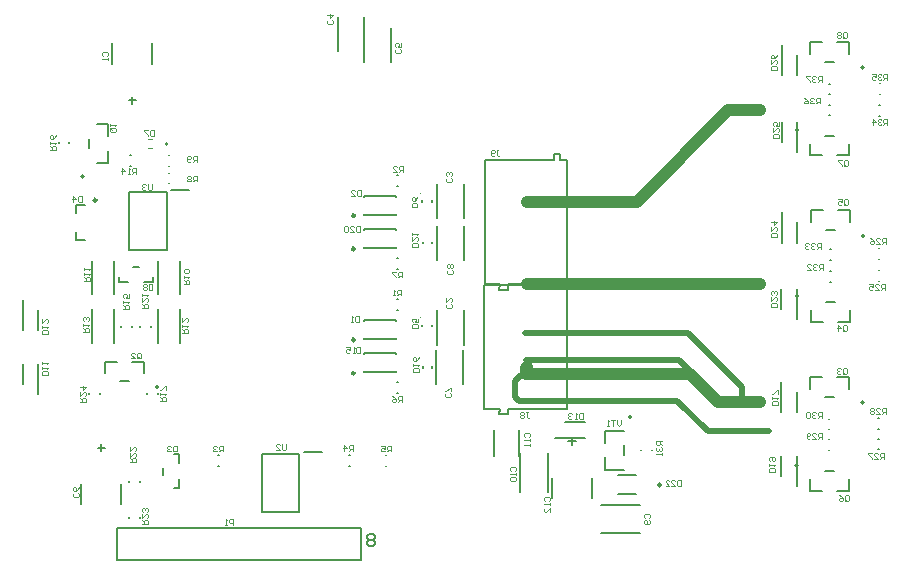
<source format=gbr>
%TF.GenerationSoftware,Altium Limited,Altium Designer,21.6.4 (81)*%
G04 Layer_Color=32896*
%FSLAX43Y43*%
%MOMM*%
%TF.SameCoordinates,EF7AACBD-433E-4B6D-8733-A8E214C0EB56*%
%TF.FilePolarity,Positive*%
%TF.FileFunction,Legend,Bot*%
%TF.Part,Single*%
G01*
G75*
%TA.AperFunction,NonConductor*%
%ADD57C,0.250*%
%ADD58C,0.100*%
%ADD59C,0.152*%
%ADD60C,0.200*%
%ADD61C,0.500*%
%ADD62C,1.000*%
D57*
X41276Y24265D02*
G03*
X41276Y24265I-125J0D01*
G01*
Y34781D02*
G03*
X41276Y34781I-125J0D01*
G01*
Y37600D02*
G03*
X41276Y37600I-125J0D01*
G01*
Y27084D02*
G03*
X41276Y27084I-125J0D01*
G01*
X19404Y38918D02*
G03*
X19404Y38918I-125J0D01*
G01*
X67212Y14808D02*
G03*
X67212Y14808I-125J0D01*
G01*
D58*
X48072Y34631D02*
G03*
X48072Y34631I-50J0D01*
G01*
X46846Y39511D02*
G03*
X46846Y39511I-50J0D01*
G01*
Y28996D02*
G03*
X46846Y28996I-50J0D01*
G01*
X48072Y24065D02*
G03*
X48072Y24065I-50J0D01*
G01*
X23727Y44088D02*
X24127D01*
X23727Y43288D02*
X24127D01*
X30991Y11434D02*
Y11934D01*
X30741D01*
X30658Y11851D01*
Y11684D01*
X30741Y11601D01*
X30991D01*
X30491Y11434D02*
X30325D01*
X30408D01*
Y11934D01*
X30491Y11851D01*
X80829Y48924D02*
Y49424D01*
X80579D01*
X80496Y49341D01*
Y49174D01*
X80579Y49091D01*
X80829D01*
X80662D02*
X80496Y48924D01*
X80329Y49341D02*
X80246Y49424D01*
X80079D01*
X79996Y49341D01*
Y49258D01*
X80079Y49174D01*
X80162D01*
X80079D01*
X79996Y49091D01*
Y49008D01*
X80079Y48924D01*
X80246D01*
X80329Y49008D01*
X79829Y49424D02*
X79496D01*
Y49341D01*
X79829Y49008D01*
Y48924D01*
X80626Y47096D02*
Y47596D01*
X80376D01*
X80292Y47512D01*
Y47346D01*
X80376Y47262D01*
X80626D01*
X80459D02*
X80292Y47096D01*
X80126Y47512D02*
X80043Y47596D01*
X79876D01*
X79793Y47512D01*
Y47429D01*
X79876Y47346D01*
X79959D01*
X79876D01*
X79793Y47262D01*
Y47179D01*
X79876Y47096D01*
X80043D01*
X80126Y47179D01*
X79293Y47596D02*
X79459Y47512D01*
X79626Y47346D01*
Y47179D01*
X79543Y47096D01*
X79376D01*
X79293Y47179D01*
Y47262D01*
X79376Y47346D01*
X79626D01*
X86366Y49051D02*
Y49551D01*
X86116D01*
X86033Y49468D01*
Y49301D01*
X86116Y49218D01*
X86366D01*
X86199D02*
X86033Y49051D01*
X85866Y49468D02*
X85783Y49551D01*
X85616D01*
X85533Y49468D01*
Y49385D01*
X85616Y49301D01*
X85700D01*
X85616D01*
X85533Y49218D01*
Y49135D01*
X85616Y49051D01*
X85783D01*
X85866Y49135D01*
X85033Y49551D02*
X85366D01*
Y49301D01*
X85200Y49385D01*
X85116D01*
X85033Y49301D01*
Y49135D01*
X85116Y49051D01*
X85283D01*
X85366Y49135D01*
X86366Y45267D02*
Y45767D01*
X86116D01*
X86033Y45683D01*
Y45517D01*
X86116Y45433D01*
X86366D01*
X86199D02*
X86033Y45267D01*
X85866Y45683D02*
X85783Y45767D01*
X85616D01*
X85533Y45683D01*
Y45600D01*
X85616Y45517D01*
X85700D01*
X85616D01*
X85533Y45433D01*
Y45350D01*
X85616Y45267D01*
X85783D01*
X85866Y45350D01*
X85116Y45267D02*
Y45767D01*
X85366Y45517D01*
X85033D01*
X82608Y52716D02*
Y53049D01*
X82691Y53133D01*
X82858D01*
X82941Y53049D01*
Y52716D01*
X82858Y52633D01*
X82691D01*
X82775Y52799D02*
X82608Y52633D01*
X82691D02*
X82608Y52716D01*
X82441Y53049D02*
X82358Y53133D01*
X82191D01*
X82108Y53049D01*
Y52966D01*
X82191Y52883D01*
X82108Y52799D01*
Y52716D01*
X82191Y52633D01*
X82358D01*
X82441Y52716D01*
Y52799D01*
X82358Y52883D01*
X82441Y52966D01*
Y53049D01*
X82358Y52883D02*
X82191D01*
X82659Y41921D02*
Y42254D01*
X82742Y42338D01*
X82909D01*
X82992Y42254D01*
Y41921D01*
X82909Y41838D01*
X82742D01*
X82825Y42004D02*
X82659Y41838D01*
X82742D02*
X82659Y41921D01*
X82492Y42338D02*
X82159D01*
Y42254D01*
X82492Y41921D01*
Y41838D01*
X77009Y49905D02*
X76509D01*
Y50155D01*
X76592Y50238D01*
X76925D01*
X77009Y50155D01*
Y49905D01*
X76509Y50738D02*
Y50405D01*
X76842Y50738D01*
X76925D01*
X77009Y50655D01*
Y50488D01*
X76925Y50405D01*
X77009Y51238D02*
X76925Y51071D01*
X76759Y50905D01*
X76592D01*
X76509Y50988D01*
Y51155D01*
X76592Y51238D01*
X76675D01*
X76759Y51155D01*
Y50905D01*
X77161Y44215D02*
X76661D01*
Y44465D01*
X76745Y44549D01*
X77078D01*
X77161Y44465D01*
Y44215D01*
X76661Y45048D02*
Y44715D01*
X76995Y45048D01*
X77078D01*
X77161Y44965D01*
Y44798D01*
X77078Y44715D01*
X77161Y45548D02*
Y45215D01*
X76911D01*
X76995Y45382D01*
Y45465D01*
X76911Y45548D01*
X76745D01*
X76661Y45465D01*
Y45298D01*
X76745Y45215D01*
X80753Y34802D02*
Y35302D01*
X80503D01*
X80419Y35219D01*
Y35052D01*
X80503Y34969D01*
X80753D01*
X80586D02*
X80419Y34802D01*
X80253Y35219D02*
X80170Y35302D01*
X80003D01*
X79920Y35219D01*
Y35135D01*
X80003Y35052D01*
X80086D01*
X80003D01*
X79920Y34969D01*
Y34885D01*
X80003Y34802D01*
X80170D01*
X80253Y34885D01*
X79753Y35219D02*
X79670Y35302D01*
X79503D01*
X79420Y35219D01*
Y35135D01*
X79503Y35052D01*
X79586D01*
X79503D01*
X79420Y34969D01*
Y34885D01*
X79503Y34802D01*
X79670D01*
X79753Y34885D01*
X80880Y32973D02*
Y33473D01*
X80630D01*
X80546Y33390D01*
Y33223D01*
X80630Y33140D01*
X80880D01*
X80713D02*
X80546Y32973D01*
X80380Y33390D02*
X80297Y33473D01*
X80130D01*
X80047Y33390D01*
Y33307D01*
X80130Y33223D01*
X80213D01*
X80130D01*
X80047Y33140D01*
Y33057D01*
X80130Y32973D01*
X80297D01*
X80380Y33057D01*
X79547Y32973D02*
X79880D01*
X79547Y33307D01*
Y33390D01*
X79630Y33473D01*
X79797D01*
X79880Y33390D01*
X86239Y35183D02*
Y35683D01*
X85989D01*
X85906Y35600D01*
Y35433D01*
X85989Y35350D01*
X86239D01*
X86072D02*
X85906Y35183D01*
X85406D02*
X85739D01*
X85406Y35516D01*
Y35600D01*
X85489Y35683D01*
X85656D01*
X85739Y35600D01*
X84906Y35683D02*
X85073Y35600D01*
X85239Y35433D01*
Y35266D01*
X85156Y35183D01*
X84989D01*
X84906Y35266D01*
Y35350D01*
X84989Y35433D01*
X85239D01*
X86163Y31297D02*
Y31797D01*
X85913D01*
X85830Y31713D01*
Y31547D01*
X85913Y31463D01*
X86163D01*
X85996D02*
X85830Y31297D01*
X85330D02*
X85663D01*
X85330Y31630D01*
Y31713D01*
X85413Y31797D01*
X85580D01*
X85663Y31713D01*
X84830Y31797D02*
X85163D01*
Y31547D01*
X84997Y31630D01*
X84913D01*
X84830Y31547D01*
Y31380D01*
X84913Y31297D01*
X85080D01*
X85163Y31380D01*
X82659Y38568D02*
Y38902D01*
X82742Y38985D01*
X82909D01*
X82992Y38902D01*
Y38568D01*
X82909Y38485D01*
X82742D01*
X82825Y38652D02*
X82659Y38485D01*
X82742D02*
X82659Y38568D01*
X82159Y38985D02*
X82492D01*
Y38735D01*
X82325Y38818D01*
X82242D01*
X82159Y38735D01*
Y38568D01*
X82242Y38485D01*
X82409D01*
X82492Y38568D01*
X82608Y27926D02*
Y28259D01*
X82691Y28342D01*
X82858D01*
X82941Y28259D01*
Y27926D01*
X82858Y27842D01*
X82691D01*
X82775Y28009D02*
X82608Y27842D01*
X82691D02*
X82608Y27926D01*
X82191Y27842D02*
Y28342D01*
X82441Y28092D01*
X82108D01*
X77009Y35833D02*
X76509D01*
Y36083D01*
X76592Y36167D01*
X76925D01*
X77009Y36083D01*
Y35833D01*
X76509Y36666D02*
Y36333D01*
X76842Y36666D01*
X76925D01*
X77009Y36583D01*
Y36417D01*
X76925Y36333D01*
X76509Y37083D02*
X77009D01*
X76759Y36833D01*
Y37166D01*
X76983Y29890D02*
X76483D01*
Y30140D01*
X76567Y30223D01*
X76900D01*
X76983Y30140D01*
Y29890D01*
X76483Y30723D02*
Y30390D01*
X76817Y30723D01*
X76900D01*
X76983Y30640D01*
Y30473D01*
X76900Y30390D01*
Y30889D02*
X76983Y30973D01*
Y31139D01*
X76900Y31223D01*
X76817D01*
X76733Y31139D01*
Y31056D01*
Y31139D01*
X76650Y31223D01*
X76567D01*
X76483Y31139D01*
Y30973D01*
X76567Y30889D01*
X68916Y15185D02*
Y14685D01*
X68666D01*
X68583Y14769D01*
Y15102D01*
X68666Y15185D01*
X68916D01*
X68083Y14685D02*
X68416D01*
X68083Y15019D01*
Y15102D01*
X68166Y15185D01*
X68333D01*
X68416Y15102D01*
X67583Y14685D02*
X67917D01*
X67583Y15019D01*
Y15102D01*
X67667Y15185D01*
X67833D01*
X67917Y15102D01*
X24794Y21930D02*
X25294D01*
Y22180D01*
X25211Y22264D01*
X25044D01*
X24961Y22180D01*
Y21930D01*
Y22097D02*
X24794Y22264D01*
Y22430D02*
Y22597D01*
Y22514D01*
X25294D01*
X25211Y22430D01*
X25294Y22847D02*
Y23180D01*
X25211D01*
X24878Y22847D01*
X24794D01*
X53271Y43125D02*
X53438D01*
X53354D01*
Y42709D01*
X53438Y42625D01*
X53521D01*
X53604Y42709D01*
X53104D02*
X53021Y42625D01*
X52854D01*
X52771Y42709D01*
Y43042D01*
X52854Y43125D01*
X53021D01*
X53104Y43042D01*
Y42959D01*
X53021Y42875D01*
X52771D01*
X55785Y20976D02*
X55952D01*
X55869D01*
Y20560D01*
X55952Y20476D01*
X56035D01*
X56119Y20560D01*
X55619Y20893D02*
X55536Y20976D01*
X55369D01*
X55286Y20893D01*
Y20810D01*
X55369Y20726D01*
X55286Y20643D01*
Y20560D01*
X55369Y20476D01*
X55536D01*
X55619Y20560D01*
Y20643D01*
X55536Y20726D01*
X55619Y20810D01*
Y20893D01*
X55536Y20726D02*
X55369D01*
X27925Y42117D02*
Y42617D01*
X27675D01*
X27591Y42534D01*
Y42367D01*
X27675Y42284D01*
X27925D01*
X27758D02*
X27591Y42117D01*
X27425Y42201D02*
X27342Y42117D01*
X27175D01*
X27092Y42201D01*
Y42534D01*
X27175Y42617D01*
X27342D01*
X27425Y42534D01*
Y42451D01*
X27342Y42367D01*
X27092D01*
X18197Y39264D02*
Y38764D01*
X17947D01*
X17863Y38848D01*
Y39181D01*
X17947Y39264D01*
X18197D01*
X17447Y38764D02*
Y39264D01*
X17697Y39014D01*
X17363D01*
X45298Y32364D02*
Y32864D01*
X45048D01*
X44965Y32780D01*
Y32614D01*
X45048Y32530D01*
X45298D01*
X45132D02*
X44965Y32364D01*
X44798Y32864D02*
X44465D01*
Y32780D01*
X44798Y32447D01*
Y32364D01*
X45375Y41304D02*
Y41804D01*
X45125D01*
X45041Y41721D01*
Y41554D01*
X45125Y41471D01*
X45375D01*
X45208D02*
X45041Y41304D01*
X44541D02*
X44875D01*
X44541Y41638D01*
Y41721D01*
X44625Y41804D01*
X44791D01*
X44875Y41721D01*
X46630Y34926D02*
X46130D01*
Y35176D01*
X46214Y35259D01*
X46547D01*
X46630Y35176D01*
Y34926D01*
X46130Y35759D02*
Y35426D01*
X46464Y35759D01*
X46547D01*
X46630Y35676D01*
Y35509D01*
X46547Y35426D01*
X46130Y35926D02*
Y36092D01*
Y36009D01*
X46630D01*
X46547Y35926D01*
X41687Y36724D02*
Y36224D01*
X41438D01*
X41354Y36308D01*
Y36641D01*
X41438Y36724D01*
X41687D01*
X40854Y36224D02*
X41188D01*
X40854Y36558D01*
Y36641D01*
X40938Y36724D01*
X41104D01*
X41188Y36641D01*
X40688D02*
X40604Y36724D01*
X40438D01*
X40355Y36641D01*
Y36308D01*
X40438Y36224D01*
X40604D01*
X40688Y36308D01*
Y36641D01*
X45273Y21823D02*
Y22323D01*
X45023D01*
X44940Y22239D01*
Y22073D01*
X45023Y21989D01*
X45273D01*
X45106D02*
X44940Y21823D01*
X44440Y22323D02*
X44606Y22239D01*
X44773Y22073D01*
Y21906D01*
X44690Y21823D01*
X44523D01*
X44440Y21906D01*
Y21989D01*
X44523Y22073D01*
X44773D01*
X45164Y30840D02*
Y31340D01*
X44914D01*
X44831Y31256D01*
Y31090D01*
X44914Y31006D01*
X45164D01*
X44998D02*
X44831Y30840D01*
X44664D02*
X44498D01*
X44581D01*
Y31340D01*
X44664Y31256D01*
X41634Y29104D02*
Y28604D01*
X41384D01*
X41300Y28688D01*
Y29021D01*
X41384Y29104D01*
X41634D01*
X41134Y28604D02*
X40967D01*
X41050D01*
Y29104D01*
X41134Y29021D01*
X46605Y28057D02*
X46105D01*
Y28307D01*
X46188Y28390D01*
X46522D01*
X46605Y28307D01*
Y28057D01*
Y28890D02*
Y28557D01*
X46355D01*
X46438Y28723D01*
Y28807D01*
X46355Y28890D01*
X46188D01*
X46105Y28807D01*
Y28640D01*
X46188Y28557D01*
X46732Y24369D02*
X46232D01*
Y24619D01*
X46315Y24702D01*
X46649D01*
X46732Y24619D01*
Y24369D01*
X46232Y24869D02*
Y25035D01*
Y24952D01*
X46732D01*
X46649Y24869D01*
X46732Y25618D02*
X46649Y25452D01*
X46482Y25285D01*
X46315D01*
X46232Y25368D01*
Y25535D01*
X46315Y25618D01*
X46399D01*
X46482Y25535D01*
Y25285D01*
X41747Y26488D02*
Y25988D01*
X41497D01*
X41414Y26072D01*
Y26405D01*
X41497Y26488D01*
X41747D01*
X41248Y25988D02*
X41081D01*
X41164D01*
Y26488D01*
X41248Y26405D01*
X40498Y26488D02*
X40831D01*
Y26238D01*
X40664Y26322D01*
X40581D01*
X40498Y26238D01*
Y26072D01*
X40581Y25988D01*
X40748D01*
X40831Y26072D01*
X63804Y20316D02*
Y19983D01*
X63637Y19816D01*
X63471Y19983D01*
Y20316D01*
X63304D02*
X62971D01*
X63137D01*
Y19816D01*
X62804D02*
X62637D01*
X62721D01*
Y20316D01*
X62804Y20233D01*
X24089Y40280D02*
Y39864D01*
X24006Y39780D01*
X23839D01*
X23756Y39864D01*
Y40280D01*
X23589Y40197D02*
X23506Y40280D01*
X23340D01*
X23256Y40197D01*
Y40114D01*
X23340Y40030D01*
X23423D01*
X23340D01*
X23256Y39947D01*
Y39864D01*
X23340Y39780D01*
X23506D01*
X23589Y39864D01*
X35418Y18284D02*
Y17867D01*
X35334Y17784D01*
X35168D01*
X35084Y17867D01*
Y18284D01*
X34585Y17784D02*
X34918D01*
X34585Y18117D01*
Y18201D01*
X34668Y18284D01*
X34835D01*
X34918Y18201D01*
X67306Y18541D02*
X66806D01*
Y18291D01*
X66889Y18208D01*
X67056D01*
X67139Y18291D01*
Y18541D01*
Y18374D02*
X67306Y18208D01*
X66889Y18041D02*
X66806Y17958D01*
Y17791D01*
X66889Y17708D01*
X66973D01*
X67056Y17791D01*
Y17874D01*
Y17791D01*
X67139Y17708D01*
X67223D01*
X67306Y17791D01*
Y17958D01*
X67223Y18041D01*
X67306Y17541D02*
Y17375D01*
Y17458D01*
X66806D01*
X66889Y17541D01*
X80803Y20476D02*
Y20976D01*
X80554D01*
X80470Y20893D01*
Y20726D01*
X80554Y20643D01*
X80803D01*
X80637D02*
X80470Y20476D01*
X80304Y20893D02*
X80220Y20976D01*
X80054D01*
X79970Y20893D01*
Y20810D01*
X80054Y20726D01*
X80137D01*
X80054D01*
X79970Y20643D01*
Y20560D01*
X80054Y20476D01*
X80220D01*
X80304Y20560D01*
X79804Y20893D02*
X79720Y20976D01*
X79554D01*
X79471Y20893D01*
Y20560D01*
X79554Y20476D01*
X79720D01*
X79804Y20560D01*
Y20893D01*
X80854Y18724D02*
Y19224D01*
X80604D01*
X80521Y19140D01*
Y18974D01*
X80604Y18890D01*
X80854D01*
X80688D02*
X80521Y18724D01*
X80021D02*
X80354D01*
X80021Y19057D01*
Y19140D01*
X80104Y19224D01*
X80271D01*
X80354Y19140D01*
X79855Y18807D02*
X79771Y18724D01*
X79605D01*
X79521Y18807D01*
Y19140D01*
X79605Y19224D01*
X79771D01*
X79855Y19140D01*
Y19057D01*
X79771Y18974D01*
X79521D01*
X86264Y20781D02*
Y21281D01*
X86015D01*
X85931Y21198D01*
Y21031D01*
X86015Y20948D01*
X86264D01*
X86098D02*
X85931Y20781D01*
X85431D02*
X85765D01*
X85431Y21115D01*
Y21198D01*
X85515Y21281D01*
X85681D01*
X85765Y21198D01*
X85265D02*
X85181Y21281D01*
X85015D01*
X84932Y21198D01*
Y21115D01*
X85015Y21031D01*
X84932Y20948D01*
Y20865D01*
X85015Y20781D01*
X85181D01*
X85265Y20865D01*
Y20948D01*
X85181Y21031D01*
X85265Y21115D01*
Y21198D01*
X85181Y21031D02*
X85015D01*
X86087Y17022D02*
Y17522D01*
X85837D01*
X85753Y17439D01*
Y17272D01*
X85837Y17189D01*
X86087D01*
X85920D02*
X85753Y17022D01*
X85254D02*
X85587D01*
X85254Y17355D01*
Y17439D01*
X85337Y17522D01*
X85504D01*
X85587Y17439D01*
X85087Y17522D02*
X84754D01*
Y17439D01*
X85087Y17105D01*
Y17022D01*
X18038Y21838D02*
X18538D01*
Y22088D01*
X18455Y22171D01*
X18288D01*
X18205Y22088D01*
Y21838D01*
Y22005D02*
X18038Y22171D01*
Y22671D02*
Y22338D01*
X18371Y22671D01*
X18455D01*
X18538Y22588D01*
Y22421D01*
X18455Y22338D01*
X18038Y23088D02*
X18538D01*
X18288Y22838D01*
Y23171D01*
X23270Y11500D02*
X23770D01*
Y11750D01*
X23687Y11833D01*
X23520D01*
X23437Y11750D01*
Y11500D01*
Y11667D02*
X23270Y11833D01*
Y12333D02*
Y12000D01*
X23604Y12333D01*
X23687D01*
X23770Y12250D01*
Y12083D01*
X23687Y12000D01*
Y12500D02*
X23770Y12583D01*
Y12750D01*
X23687Y12833D01*
X23604D01*
X23520Y12750D01*
Y12666D01*
Y12750D01*
X23437Y12833D01*
X23354D01*
X23270Y12750D01*
Y12583D01*
X23354Y12500D01*
X22280Y16707D02*
X22780D01*
Y16957D01*
X22696Y17040D01*
X22530D01*
X22446Y16957D01*
Y16707D01*
Y16874D02*
X22280Y17040D01*
Y17540D02*
Y17207D01*
X22613Y17540D01*
X22696D01*
X22780Y17457D01*
Y17290D01*
X22696Y17207D01*
X22280Y18040D02*
Y17707D01*
X22613Y18040D01*
X22696D01*
X22780Y17957D01*
Y17790D01*
X22696Y17707D01*
X23245Y29770D02*
X23745D01*
Y30020D01*
X23662Y30103D01*
X23495D01*
X23412Y30020D01*
Y29770D01*
Y29936D02*
X23245Y30103D01*
Y30603D02*
Y30270D01*
X23578Y30603D01*
X23662D01*
X23745Y30520D01*
Y30353D01*
X23662Y30270D01*
X23245Y30770D02*
Y30936D01*
Y30853D01*
X23745D01*
X23662Y30770D01*
X15447Y43190D02*
X15947D01*
Y43440D01*
X15864Y43523D01*
X15697D01*
X15614Y43440D01*
Y43190D01*
Y43357D02*
X15447Y43523D01*
Y43690D02*
Y43857D01*
Y43773D01*
X15947D01*
X15864Y43690D01*
X15947Y44440D02*
X15864Y44273D01*
X15697Y44107D01*
X15531D01*
X15447Y44190D01*
Y44356D01*
X15531Y44440D01*
X15614D01*
X15697Y44356D01*
Y44107D01*
X21670Y29728D02*
X22170D01*
Y29978D01*
X22087Y30061D01*
X21920D01*
X21837Y29978D01*
Y29728D01*
Y29895D02*
X21670Y30061D01*
Y30228D02*
Y30395D01*
Y30311D01*
X22170D01*
X22087Y30228D01*
X22170Y30978D02*
Y30645D01*
X21920D01*
X22003Y30811D01*
Y30894D01*
X21920Y30978D01*
X21754D01*
X21670Y30894D01*
Y30728D01*
X21754Y30645D01*
X22748Y41101D02*
Y41601D01*
X22498D01*
X22415Y41518D01*
Y41351D01*
X22498Y41268D01*
X22748D01*
X22582D02*
X22415Y41101D01*
X22248D02*
X22082D01*
X22165D01*
Y41601D01*
X22248Y41518D01*
X21582Y41101D02*
Y41601D01*
X21832Y41351D01*
X21499D01*
X18267Y27747D02*
X18767D01*
Y27997D01*
X18683Y28080D01*
X18517D01*
X18433Y27997D01*
Y27747D01*
Y27914D02*
X18267Y28080D01*
Y28247D02*
Y28413D01*
Y28330D01*
X18767D01*
X18683Y28247D01*
Y28663D02*
X18767Y28747D01*
Y28913D01*
X18683Y28997D01*
X18600D01*
X18517Y28913D01*
Y28830D01*
Y28913D01*
X18433Y28997D01*
X18350D01*
X18267Y28913D01*
Y28747D01*
X18350Y28663D01*
X26674Y27696D02*
X27174D01*
Y27946D01*
X27091Y28029D01*
X26924D01*
X26841Y27946D01*
Y27696D01*
Y27863D02*
X26674Y28029D01*
Y28196D02*
Y28363D01*
Y28279D01*
X27174D01*
X27091Y28196D01*
X26674Y28946D02*
Y28613D01*
X27007Y28946D01*
X27091D01*
X27174Y28862D01*
Y28696D01*
X27091Y28613D01*
X18343Y32047D02*
X18843D01*
Y32297D01*
X18759Y32380D01*
X18593D01*
X18509Y32297D01*
Y32047D01*
Y32213D02*
X18343Y32380D01*
Y32547D02*
Y32713D01*
Y32630D01*
X18843D01*
X18759Y32547D01*
X18343Y32963D02*
Y33130D01*
Y33046D01*
X18843D01*
X18759Y32963D01*
X26776Y31836D02*
X27276D01*
Y32086D01*
X27192Y32170D01*
X27026D01*
X26942Y32086D01*
Y31836D01*
Y32003D02*
X26776Y32170D01*
Y32336D02*
Y32503D01*
Y32420D01*
X27276D01*
X27192Y32336D01*
Y32753D02*
X27276Y32836D01*
Y33003D01*
X27192Y33086D01*
X26859D01*
X26776Y33003D01*
Y32836D01*
X26859Y32753D01*
X27192D01*
X27925Y40492D02*
Y40992D01*
X27675D01*
X27591Y40908D01*
Y40742D01*
X27675Y40658D01*
X27925D01*
X27758D02*
X27591Y40492D01*
X27425Y40908D02*
X27342Y40992D01*
X27175D01*
X27092Y40908D01*
Y40825D01*
X27175Y40742D01*
X27092Y40658D01*
Y40575D01*
X27175Y40492D01*
X27342D01*
X27425Y40575D01*
Y40658D01*
X27342Y40742D01*
X27425Y40825D01*
Y40908D01*
X27342Y40742D02*
X27175D01*
X44308Y17632D02*
Y18132D01*
X44058D01*
X43974Y18048D01*
Y17882D01*
X44058Y17798D01*
X44308D01*
X44141D02*
X43974Y17632D01*
X43475Y18132D02*
X43808D01*
Y17882D01*
X43641Y17965D01*
X43558D01*
X43475Y17882D01*
Y17715D01*
X43558Y17632D01*
X43725D01*
X43808Y17715D01*
X41133Y17657D02*
Y18157D01*
X40883D01*
X40799Y18074D01*
Y17907D01*
X40883Y17824D01*
X41133D01*
X40966D02*
X40799Y17657D01*
X40383D02*
Y18157D01*
X40633Y17907D01*
X40300D01*
X30135Y17632D02*
Y18132D01*
X29885D01*
X29801Y18048D01*
Y17882D01*
X29885Y17798D01*
X30135D01*
X29968D02*
X29801Y17632D01*
X29635Y18048D02*
X29551Y18132D01*
X29385D01*
X29301Y18048D01*
Y17965D01*
X29385Y17882D01*
X29468D01*
X29385D01*
X29301Y17798D01*
Y17715D01*
X29385Y17632D01*
X29551D01*
X29635Y17715D01*
X82760Y13549D02*
Y13883D01*
X82844Y13966D01*
X83010D01*
X83094Y13883D01*
Y13549D01*
X83010Y13466D01*
X82844D01*
X82927Y13633D02*
X82760Y13466D01*
X82844D02*
X82760Y13549D01*
X82260Y13966D02*
X82427Y13883D01*
X82594Y13716D01*
Y13549D01*
X82510Y13466D01*
X82344D01*
X82260Y13549D01*
Y13633D01*
X82344Y13716D01*
X82594D01*
X82582Y24268D02*
Y24601D01*
X82666Y24685D01*
X82832D01*
X82916Y24601D01*
Y24268D01*
X82832Y24185D01*
X82666D01*
X82749Y24351D02*
X82582Y24185D01*
X82666D02*
X82582Y24268D01*
X82416Y24601D02*
X82333Y24685D01*
X82166D01*
X82083Y24601D01*
Y24518D01*
X82166Y24435D01*
X82249D01*
X82166D01*
X82083Y24351D01*
Y24268D01*
X82166Y24185D01*
X82333D01*
X82416Y24268D01*
X22816Y25589D02*
Y25922D01*
X22900Y26006D01*
X23066D01*
X23150Y25922D01*
Y25589D01*
X23066Y25506D01*
X22900D01*
X22983Y25672D02*
X22816Y25506D01*
X22900D02*
X22816Y25589D01*
X22316Y25506D02*
X22650D01*
X22316Y25839D01*
Y25922D01*
X22400Y26006D01*
X22566D01*
X22650Y25922D01*
X20636Y44983D02*
X20969D01*
X21053Y44900D01*
Y44733D01*
X20969Y44650D01*
X20636D01*
X20553Y44733D01*
Y44900D01*
X20719Y44817D02*
X20553Y44983D01*
Y44900D02*
X20636Y44983D01*
X20553Y45150D02*
Y45317D01*
Y45233D01*
X21053D01*
X20969Y45150D01*
X76856Y15911D02*
X76356D01*
Y16161D01*
X76440Y16244D01*
X76773D01*
X76856Y16161D01*
Y15911D01*
X76356Y16410D02*
Y16577D01*
Y16494D01*
X76856D01*
X76773Y16410D01*
X76440Y16827D02*
X76356Y16910D01*
Y17077D01*
X76440Y17160D01*
X76773D01*
X76856Y17077D01*
Y16910D01*
X76773Y16827D01*
X76690D01*
X76606Y16910D01*
Y17160D01*
X77136Y21600D02*
X76636D01*
Y21850D01*
X76719Y21933D01*
X77052D01*
X77136Y21850D01*
Y21600D01*
X76636Y22100D02*
Y22267D01*
Y22183D01*
X77136D01*
X77052Y22100D01*
X77136Y22517D02*
Y22850D01*
X77052D01*
X76719Y22517D01*
X76636D01*
X60569Y20900D02*
Y20400D01*
X60319D01*
X60236Y20484D01*
Y20817D01*
X60319Y20900D01*
X60569D01*
X60069Y20400D02*
X59902D01*
X59986D01*
Y20900D01*
X60069Y20817D01*
X59652D02*
X59569Y20900D01*
X59403D01*
X59319Y20817D01*
Y20734D01*
X59403Y20650D01*
X59486D01*
X59403D01*
X59319Y20567D01*
Y20484D01*
X59403Y20400D01*
X59569D01*
X59652Y20484D01*
X15261Y27595D02*
X14761D01*
Y27845D01*
X14845Y27928D01*
X15178D01*
X15261Y27845D01*
Y27595D01*
X14761Y28094D02*
Y28261D01*
Y28178D01*
X15261D01*
X15178Y28094D01*
X14761Y28844D02*
Y28511D01*
X15095Y28844D01*
X15178D01*
X15261Y28761D01*
Y28594D01*
X15178Y28511D01*
X15261Y24147D02*
X14761D01*
Y24397D01*
X14845Y24481D01*
X15178D01*
X15261Y24397D01*
Y24147D01*
X14761Y24647D02*
Y24814D01*
Y24730D01*
X15261D01*
X15178Y24647D01*
X14761Y25064D02*
Y25230D01*
Y25147D01*
X15261D01*
X15178Y25064D01*
X24140Y31822D02*
Y31322D01*
X23890D01*
X23807Y31406D01*
Y31739D01*
X23890Y31822D01*
X24140D01*
X23640Y31739D02*
X23557Y31822D01*
X23390D01*
X23307Y31739D01*
Y31656D01*
X23390Y31572D01*
X23307Y31489D01*
Y31406D01*
X23390Y31322D01*
X23557D01*
X23640Y31406D01*
Y31489D01*
X23557Y31572D01*
X23640Y31656D01*
Y31739D01*
X23557Y31572D02*
X23390D01*
X24293Y44827D02*
Y44327D01*
X24043D01*
X23959Y44410D01*
Y44744D01*
X24043Y44827D01*
X24293D01*
X23793D02*
X23459D01*
Y44744D01*
X23793Y44410D01*
Y44327D01*
X46580Y38318D02*
X46080D01*
Y38568D01*
X46163Y38652D01*
X46496D01*
X46580Y38568D01*
Y38318D01*
Y39152D02*
X46496Y38985D01*
X46330Y38818D01*
X46163D01*
X46080Y38902D01*
Y39068D01*
X46163Y39152D01*
X46246D01*
X46330Y39068D01*
Y38818D01*
X26248Y18132D02*
Y17632D01*
X25998D01*
X25915Y17715D01*
Y18048D01*
X25998Y18132D01*
X26248D01*
X25748Y18048D02*
X25665Y18132D01*
X25499D01*
X25415Y18048D01*
Y17965D01*
X25499Y17882D01*
X25582D01*
X25499D01*
X25415Y17798D01*
Y17715D01*
X25499Y17632D01*
X25665D01*
X25748Y17715D01*
X41819Y39798D02*
Y39298D01*
X41569D01*
X41485Y39381D01*
Y39714D01*
X41569Y39798D01*
X41819D01*
X40985Y39298D02*
X41319D01*
X40985Y39631D01*
Y39714D01*
X41069Y39798D01*
X41235D01*
X41319Y39714D01*
X57364Y13449D02*
X57281Y13532D01*
Y13699D01*
X57364Y13782D01*
X57698D01*
X57781Y13699D01*
Y13532D01*
X57698Y13449D01*
X57781Y13282D02*
Y13116D01*
Y13199D01*
X57281D01*
X57364Y13282D01*
X57781Y12532D02*
Y12866D01*
X57448Y12532D01*
X57364D01*
X57281Y12616D01*
Y12782D01*
X57364Y12866D01*
X55713Y18877D02*
X55630Y18961D01*
Y19127D01*
X55713Y19210D01*
X56047D01*
X56130Y19127D01*
Y18961D01*
X56047Y18877D01*
X56130Y18711D02*
Y18544D01*
Y18627D01*
X55630D01*
X55713Y18711D01*
X56130Y18294D02*
Y18128D01*
Y18211D01*
X55630D01*
X55713Y18294D01*
X54469Y16014D02*
X54385Y16097D01*
Y16264D01*
X54469Y16347D01*
X54802D01*
X54885Y16264D01*
Y16097D01*
X54802Y16014D01*
X54885Y15848D02*
Y15681D01*
Y15764D01*
X54385D01*
X54469Y15848D01*
Y15431D02*
X54385Y15348D01*
Y15181D01*
X54469Y15098D01*
X54802D01*
X54885Y15181D01*
Y15348D01*
X54802Y15431D01*
X54469D01*
X65823Y12021D02*
X65739Y12105D01*
Y12271D01*
X65823Y12355D01*
X66156D01*
X66239Y12271D01*
Y12105D01*
X66156Y12021D01*
Y11855D02*
X66239Y11771D01*
Y11605D01*
X66156Y11521D01*
X65823D01*
X65739Y11605D01*
Y11771D01*
X65823Y11855D01*
X65906D01*
X65989Y11771D01*
Y11521D01*
X49468Y33013D02*
X49551Y32930D01*
Y32763D01*
X49468Y32680D01*
X49135D01*
X49051Y32763D01*
Y32930D01*
X49135Y33013D01*
X49468Y33180D02*
X49551Y33263D01*
Y33429D01*
X49468Y33513D01*
X49385D01*
X49301Y33429D01*
X49218Y33513D01*
X49135D01*
X49051Y33429D01*
Y33263D01*
X49135Y33180D01*
X49218D01*
X49301Y33263D01*
X49385Y33180D01*
X49468D01*
X49301Y33263D02*
Y33429D01*
X49366Y22548D02*
X49450Y22465D01*
Y22298D01*
X49366Y22215D01*
X49033D01*
X48950Y22298D01*
Y22465D01*
X49033Y22548D01*
X49450Y22715D02*
Y23048D01*
X49366D01*
X49033Y22715D01*
X48950D01*
X17845Y14090D02*
X17928Y14007D01*
Y13840D01*
X17845Y13757D01*
X17512D01*
X17428Y13840D01*
Y14007D01*
X17512Y14090D01*
X17928Y14590D02*
X17845Y14423D01*
X17678Y14257D01*
X17512D01*
X17428Y14340D01*
Y14506D01*
X17512Y14590D01*
X17595D01*
X17678Y14506D01*
Y14257D01*
X45074Y51682D02*
X45157Y51599D01*
Y51432D01*
X45074Y51349D01*
X44741D01*
X44657Y51432D01*
Y51599D01*
X44741Y51682D01*
X45157Y52182D02*
Y51848D01*
X44907D01*
X44991Y52015D01*
Y52098D01*
X44907Y52182D01*
X44741D01*
X44657Y52098D01*
Y51932D01*
X44741Y51848D01*
X39359Y54146D02*
X39442Y54062D01*
Y53896D01*
X39359Y53812D01*
X39026D01*
X38942Y53896D01*
Y54062D01*
X39026Y54146D01*
X38942Y54562D02*
X39442D01*
X39192Y54312D01*
Y54646D01*
X49443Y40811D02*
X49526Y40727D01*
Y40561D01*
X49443Y40477D01*
X49109D01*
X49026Y40561D01*
Y40727D01*
X49109Y40811D01*
X49443Y40977D02*
X49526Y41061D01*
Y41227D01*
X49443Y41311D01*
X49359D01*
X49276Y41227D01*
Y41144D01*
Y41227D01*
X49193Y41311D01*
X49109D01*
X49026Y41227D01*
Y41061D01*
X49109Y40977D01*
X49392Y30092D02*
X49475Y30009D01*
Y29842D01*
X49392Y29759D01*
X49059D01*
X48975Y29842D01*
Y30009D01*
X49059Y30092D01*
X48975Y30592D02*
Y30259D01*
X49309Y30592D01*
X49392D01*
X49475Y30508D01*
Y30342D01*
X49392Y30259D01*
X19976Y51130D02*
X19892Y51214D01*
Y51380D01*
X19976Y51463D01*
X20309D01*
X20392Y51380D01*
Y51214D01*
X20309Y51130D01*
X20392Y50964D02*
Y50797D01*
Y50880D01*
X19892D01*
X19976Y50964D01*
D59*
X24663Y23089D02*
G03*
X24663Y23089I-127J0D01*
G01*
X18364Y40919D02*
G03*
X18364Y40919I-127J0D01*
G01*
X78842Y30759D02*
G03*
X78842Y30759I-127J0D01*
G01*
X84430Y35904D02*
G03*
X84430Y35904I-127J0D01*
G01*
X84379Y21768D02*
G03*
X84379Y21768I-127J0D01*
G01*
X78816Y16434D02*
G03*
X78816Y16434I-127J0D01*
G01*
Y44856D02*
G03*
X78816Y44856I-127J0D01*
G01*
X84404Y50128D02*
G03*
X84404Y50128I-127J0D01*
G01*
X64719Y20549D02*
G03*
X64719Y20549I-127J0D01*
G01*
X22379Y25235D02*
X23393D01*
X21363Y23584D02*
X22122D01*
X20091Y24258D02*
Y25235D01*
X21106D01*
X23393Y24258D02*
Y25235D01*
X20383Y42062D02*
Y43077D01*
X18733Y43334D02*
Y44093D01*
X19407Y45364D02*
X20383D01*
Y44350D02*
Y45364D01*
X19407Y42062D02*
X20383D01*
X79858Y28613D02*
X80872D01*
X81129Y30264D02*
X81888D01*
X83160Y28613D02*
Y29590D01*
X82145Y28613D02*
X83160D01*
X79858D02*
Y29590D01*
X82145Y38050D02*
X83160D01*
X81129Y36399D02*
X81888D01*
X79858Y37073D02*
Y38050D01*
X80872D01*
X83160Y37073D02*
Y38050D01*
X82095Y23914D02*
X83109D01*
X81079Y22263D02*
X81837D01*
X79807Y22938D02*
Y23914D01*
X80821D01*
X83109Y22938D02*
Y23914D01*
X79832Y14288D02*
X80846D01*
X81104Y15939D02*
X81862D01*
X83134Y14288D02*
Y15264D01*
X82120Y14288D02*
X83134D01*
X79832D02*
Y15264D01*
Y42710D02*
X80846D01*
X81104Y44361D02*
X81862D01*
X83134Y42710D02*
Y43687D01*
X82120Y42710D02*
X83134D01*
X79832D02*
Y43687D01*
X82120Y52274D02*
X83134D01*
X81104Y50623D02*
X81862D01*
X79832Y51297D02*
Y52274D01*
X80846D01*
X83134Y51297D02*
Y52274D01*
X62446Y18351D02*
Y19406D01*
X64097Y17335D02*
Y18174D01*
X62446Y16104D02*
X64097D01*
X62446D02*
Y17158D01*
Y19406D02*
X64097D01*
X42266Y9771D02*
X42435Y9602D01*
X42773D01*
X42943Y9771D01*
Y9940D01*
X42773Y10109D01*
X42943Y10279D01*
Y10448D01*
X42773Y10617D01*
X42435D01*
X42266Y10448D01*
Y10279D01*
X42435Y10109D01*
X42266Y9940D01*
Y9771D01*
X42435Y10109D02*
X42773D01*
D60*
X25327Y43788D02*
G03*
X25327Y43588I0J-100D01*
G01*
D02*
G03*
X25327Y43788I0J100D01*
G01*
X23056Y12028D02*
Y12078D01*
X22156Y12028D02*
Y12078D01*
X23056Y15074D02*
Y15124D01*
X22156Y15074D02*
Y15124D01*
X25928Y14511D02*
X26351D01*
Y16625D02*
Y17411D01*
Y14511D02*
Y15297D01*
X25928Y17411D02*
X26351D01*
X25051Y15675D02*
Y16247D01*
X29707Y16441D02*
X29757D01*
X29707Y17341D02*
X29757D01*
X43878D02*
X43928D01*
X43878Y16441D02*
X43928D01*
X36932Y17566D02*
X38457D01*
X36582Y12536D02*
Y17436D01*
X33382Y12536D02*
X36582D01*
X33382D02*
Y17436D01*
X36582D01*
X21512Y13146D02*
Y14896D01*
X18112Y13146D02*
Y14896D01*
X19512Y17946D02*
X20112D01*
X19812Y17646D02*
Y18246D01*
X40793Y17341D02*
X40843D01*
X40793Y16441D02*
X40843D01*
X39817Y51506D02*
Y54412D01*
X42073Y51506D02*
Y54412D01*
X20728Y50433D02*
Y52183D01*
X24128Y50433D02*
Y52183D01*
X22128Y47383D02*
X22728D01*
X22428Y47083D02*
Y47683D01*
X42077Y50578D02*
Y53484D01*
X44333Y50578D02*
Y53484D01*
X42062Y25866D02*
Y25946D01*
X44762D01*
Y25866D02*
Y25946D01*
X42062Y24346D02*
Y24426D01*
Y24346D02*
X44762D01*
Y24426D01*
X47822Y35257D02*
Y35405D01*
X47022Y35257D02*
Y35405D01*
X46997Y38737D02*
Y38885D01*
X47796Y38737D02*
Y38885D01*
X50480Y37383D02*
Y40290D01*
X48224Y37383D02*
Y40290D01*
X44870Y23488D02*
X44920D01*
X44870Y22588D02*
X44920D01*
X44870Y41039D02*
X44920D01*
X44870Y40139D02*
X44920D01*
X44870Y30524D02*
X44920D01*
X44870Y29624D02*
X44920D01*
X48173Y23324D02*
Y26230D01*
X50430Y23324D02*
Y26230D01*
X42062Y36382D02*
Y36462D01*
X44762D01*
Y36382D02*
Y36462D01*
X42062Y34862D02*
Y34942D01*
Y34862D02*
X44762D01*
Y34942D01*
X48224Y33853D02*
Y36759D01*
X50480Y33853D02*
Y36759D01*
Y26665D02*
Y29571D01*
X48224Y26665D02*
Y29571D01*
X46997Y28222D02*
Y28370D01*
X47796Y28222D02*
Y28370D01*
X47822Y24691D02*
Y24839D01*
X47022Y24691D02*
Y24839D01*
X42062Y39201D02*
Y39281D01*
X44762D01*
Y39201D02*
Y39281D01*
X42062Y37681D02*
Y37761D01*
Y37681D02*
X44762D01*
Y37761D01*
X42062Y28685D02*
Y28765D01*
X44762D01*
Y28685D02*
Y28765D01*
X42062Y27165D02*
Y27245D01*
Y27165D02*
X44762D01*
Y27245D01*
X44870Y34003D02*
X44920D01*
X44870Y33103D02*
X44920D01*
X19703Y22493D02*
Y22543D01*
X18803Y22493D02*
Y22543D01*
X24605Y22493D02*
Y22543D01*
X23705Y22493D02*
Y22543D01*
X23996Y28183D02*
Y28233D01*
X23096Y28183D02*
Y28233D01*
X22370Y28208D02*
Y28258D01*
X21470Y28208D02*
Y28258D01*
X24646Y26851D02*
Y29663D01*
X26458Y26851D02*
Y29663D01*
X19033Y26851D02*
Y29663D01*
X20845Y26851D02*
Y29663D01*
X19033Y30928D02*
Y33740D01*
X20845Y30928D02*
Y33740D01*
X24646Y30928D02*
Y33740D01*
X26458Y30928D02*
Y33740D01*
X21293Y31993D02*
Y32416D01*
X23407Y31993D02*
X24193D01*
X21293D02*
X22079D01*
X24193D02*
Y32416D01*
X22457Y33293D02*
X23029D01*
X16212Y43751D02*
Y43801D01*
X17112Y43751D02*
Y43801D01*
X22251Y41816D02*
X22301D01*
X22251Y42716D02*
X22301D01*
X25502Y41816D02*
X25552D01*
X25502Y42716D02*
X25552D01*
X25502Y41242D02*
X25552D01*
X25502Y40342D02*
X25552D01*
X25699Y39740D02*
X27224D01*
X25349Y34710D02*
Y39610D01*
X22149Y34710D02*
X25349D01*
X22149D02*
Y39610D01*
X25349D01*
X17629Y35558D02*
Y36218D01*
Y35558D02*
X18444D01*
X17629Y37818D02*
Y38478D01*
X18444D01*
X81458Y46983D02*
X81508D01*
X81458Y46083D02*
X81508D01*
X85624Y32962D02*
X85674D01*
X85624Y32062D02*
X85674D01*
X77404Y35320D02*
Y37870D01*
X78704Y35320D02*
Y37020D01*
X81433Y47861D02*
X81483D01*
X81433Y48761D02*
X81483D01*
X85725Y47912D02*
X85775D01*
X85725Y48812D02*
X85775D01*
X77404Y49467D02*
Y52017D01*
X78704Y49467D02*
Y51167D01*
Y43004D02*
Y45554D01*
X77404Y43854D02*
Y45554D01*
X85675Y46932D02*
X85725D01*
X85675Y46032D02*
X85725D01*
X78679Y28831D02*
Y31381D01*
X77379Y29681D02*
Y31381D01*
X85624Y33942D02*
X85674D01*
X85624Y34842D02*
X85674D01*
X81509Y32911D02*
X81559D01*
X81509Y32011D02*
X81559D01*
X81534Y33865D02*
X81584D01*
X81534Y34765D02*
X81584D01*
X77379Y20994D02*
Y23544D01*
X78679Y20994D02*
Y22694D01*
X81396Y19514D02*
X81446D01*
X81396Y20414D02*
X81446D01*
X85585Y19540D02*
X85635D01*
X85585Y20440D02*
X85635D01*
X85585Y18713D02*
X85635D01*
X85585Y17813D02*
X85635D01*
X81396Y18687D02*
X81446D01*
X81396Y17787D02*
X81446D01*
X78679Y14683D02*
Y17233D01*
X77379Y15533D02*
Y17233D01*
X53027Y17290D02*
Y19490D01*
X55177Y17290D02*
Y19490D01*
X55286Y14236D02*
Y17542D01*
X57642Y14236D02*
Y17542D01*
X61365Y13679D02*
Y15429D01*
X57965Y13679D02*
Y15429D01*
X59365Y18479D02*
X59965D01*
X59665Y18179D02*
Y18779D01*
X62101Y13065D02*
X65407D01*
X62101Y10709D02*
X65407D01*
X66414Y17741D02*
Y17791D01*
X65514Y17741D02*
Y17791D01*
X63537Y15608D02*
X65087D01*
X63537Y14008D02*
X65087D01*
X58219Y18806D02*
X60769D01*
X59069Y20106D02*
X60769D01*
X13168Y27928D02*
Y30478D01*
X14468Y27928D02*
Y29628D01*
Y22481D02*
Y25031D01*
X13168Y23331D02*
Y25031D01*
X58106Y42778D02*
X58155Y42278D01*
X58605D02*
X58654Y42778D01*
X58105Y42778D02*
X58655D01*
X58605Y42278D02*
X59255D01*
X52255D02*
X58155D01*
X54205Y31779D02*
X54275Y31278D01*
X54205Y31778D02*
X59255D01*
X53476Y31278D02*
X53555Y31778D01*
X53476Y31278D02*
X54275D01*
X52255Y31778D02*
Y42278D01*
Y31778D02*
X53555D01*
X59255D02*
Y42278D01*
X58104Y32268D02*
X58153Y31768D01*
X58603D02*
X58652Y32268D01*
X58103Y32268D02*
X58653D01*
X58603Y31768D02*
X59253D01*
X52253D02*
X58153D01*
X54203Y21269D02*
X54273Y20768D01*
X54203Y21268D02*
X59253D01*
X53475Y20768D02*
X53553Y21268D01*
X53475Y20768D02*
X54273D01*
X52253Y21268D02*
Y31768D01*
Y21268D02*
X53553D01*
X59253D02*
Y31768D01*
X41781Y8434D02*
Y11124D01*
X21161Y8434D02*
X41781D01*
X21161D02*
Y11124D01*
X41781D01*
D61*
X74066Y22174D02*
Y23089D01*
X69520Y27661D02*
X74066Y23114D01*
X55677Y27661D02*
X69520D01*
X68707Y25400D02*
X70129Y23978D01*
X55804Y25400D02*
X68707D01*
X54813Y23622D02*
X55321Y24130D01*
X54813Y22276D02*
Y23622D01*
Y22276D02*
X55143Y21946D01*
X68529D01*
X71145Y19329D01*
X76352D01*
D62*
X55778Y24714D02*
X55829Y24765D01*
X55778Y24206D02*
Y24714D01*
X72034Y21819D02*
X75565D01*
X69647Y24206D02*
X72034Y21819D01*
X55778Y24206D02*
X69647D01*
X55855Y31775D02*
X75590Y31775D01*
X55880Y38786D02*
X65126D01*
X72847Y46507D02*
X75565D01*
X65126Y38786D02*
X72847Y46507D01*
%TF.MD5,20de04b2fa75ac6be097f752355f1472*%
M02*

</source>
